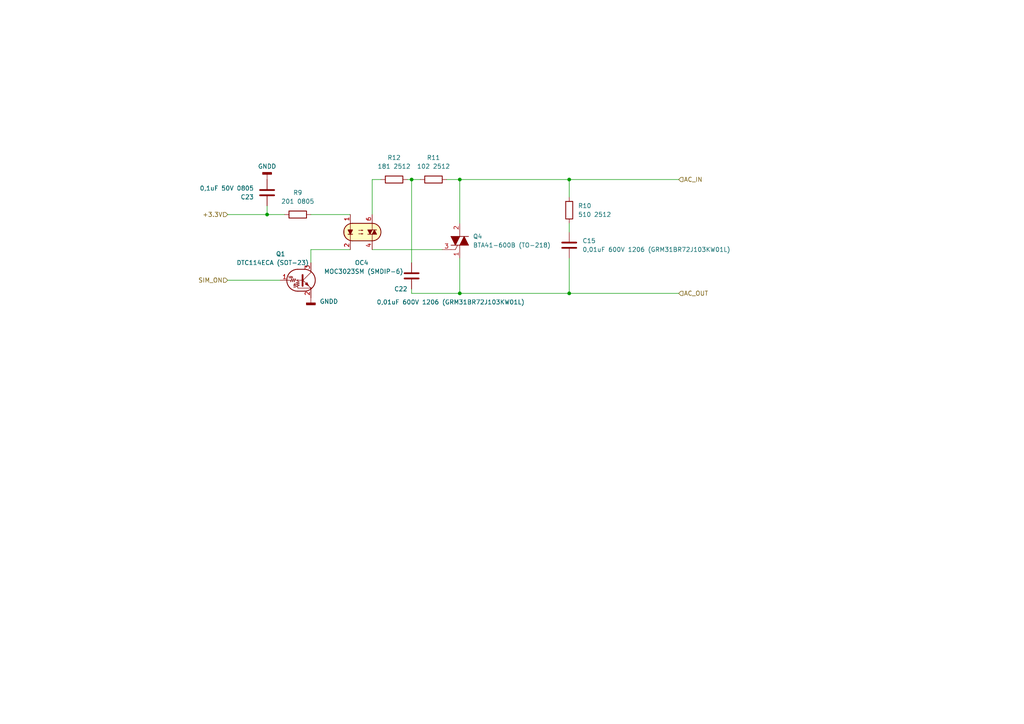
<source format=kicad_sch>
(kicad_sch (version 20230121) (generator eeschema)
  (paper "A4")
  (lib_symbols
    (symbol "Device:C" (pin_numbers hide) (pin_names (offset 0.254))
      (property "Reference" "C" (at 0.635 2.54 0))
      (property "Value" "C" (at 0.635 -2.54 0))
      (symbol "C_0_1"
        (polyline (pts (xy -2.032 -0.762) (xy 2.032 -0.762)) (stroke (width 0.508)))
        (polyline (pts (xy -2.032 0.762) (xy 2.032 0.762)) (stroke (width 0.508)))
      )
      (symbol "C_1_1"
        (pin passive line (at 0 3.81 270) (length 2.794) (name "~") (number "1"))
        (pin passive line (at 0 -3.81 90) (length 2.794) (name "~") (number "2"))
      )
    )
    (symbol "Device:R" (pin_numbers hide) (pin_names (offset 0))
      (property "Reference" "R" (at 2.032 0 90))
      (property "Value" "R" (at 0 0 90))
      (symbol "R_0_1"
        (rectangle (start -1.016 -2.54) (end 1.016 2.54) (stroke (width 0.254)))
      )
      (symbol "R_1_1"
        (pin passive line (at 0 3.81 270) (length 1.27) (name "~") (number "1"))
        (pin passive line (at 0 -3.81 90) (length 1.27) (name "~") (number "2"))
      )
    )
    (symbol "PCM_Optocoupler_Triac_AKL:MOC3021M" (pin_names (offset 1.016))
      (property "Reference" "OC" (at 7.62 1.27 0))
      (property "Value" "MOC3021M" (at 7.62 -1.27 0))
      (symbol "MOC3021M_0_1"
        (arc (start -1.9275 2.54) (mid -4.4451 0) (end -1.9275 -2.54) (stroke (width 0.254)))
        (polyline (pts (xy -3.175 -0.635) (xy -1.905 -0.635)) (stroke (width 0.254)))
        (polyline (pts (xy -1.905 2.54) (xy 3.81 2.54)) (stroke (width 0.254)))
        (polyline (pts (xy 3.81 -2.54) (xy -1.905 -2.54)) (stroke (width 0.254)))
        (polyline (pts (xy 3.81 -0.635) (xy 3.81 -2.54)) (stroke (width 0.1524)))
        (polyline (pts (xy 3.81 2.54) (xy 3.81 0.635)) (stroke (width 0.1524)))
        (polyline (pts (xy -2.54 -2.54) (xy -2.54 -1.27) (xy -2.54 2.54)) (stroke (width 0.1524)))
        (polyline (pts (xy -2.54 -0.635) (xy -3.175 0.635) (xy -1.905 0.635) (xy -2.54 -0.635)) (stroke (width 0.254)) (fill (type outline)))
        (polyline (pts (xy -0.127 -0.508) (xy 1.143 -0.508) (xy 0.762 -0.635) (xy 0.762 -0.381) (xy 1.143 -0.508)))
        (polyline (pts (xy -0.127 0.508) (xy 1.143 0.508) (xy 0.762 0.381) (xy 0.762 0.635) (xy 1.143 0.508)))
        (polyline (pts (xy -1.27 2.54) (xy 3.937 2.54) (xy 4.699 2.413) (xy 5.08 2.159) (xy 5.461 1.905) (xy 5.969 1.397) (xy 6.223 0.635) (xy 6.35 0) (xy 6.223 -0.762) (xy 5.842 -1.524) (xy 5.207 -2.159) (xy 4.191 -2.54) (xy -2.54 -2.54) (xy -2.54 -2.54) (xy -3.302 -2.032) (xy -3.81 -1.778) (xy -4.318 -0.508) (xy -4.318 0.254) (xy -4.318 1.016) (xy -3.81 1.778) (xy -3.048 2.286) (xy -2.286 2.54) (xy -1.27 2.54)) (stroke (width 0.01)) (fill (type background)))
        (arc (start 3.8325 -2.54) (mid 6.3501 0) (end 3.8325 2.54) (stroke (width 0.254)))
      )
      (symbol "MOC3021M_1_1"
        (polyline (pts (xy 2.54 -0.635) (xy 5.08 -0.635)) (stroke (width 0.2032)))
        (polyline (pts (xy 2.54 0.635) (xy 5.08 0.635)) (stroke (width 0.2032)))
        (polyline (pts (xy 2.54 0.635) (xy 3.175 -0.635) (xy 3.81 0.635)) (stroke (width 0.2032)) (fill (type outline)))
        (polyline (pts (xy 3.81 -0.635) (xy 4.445 0.635) (xy 5.08 -0.635)) (stroke (width 0.2032)) (fill (type outline)))
        (pin passive line (at -2.54 5.08 270) (length 2.54) (name "~") (number "1"))
        (pin passive line (at -2.54 -5.08 90) (length 2.54) (name "~") (number "2"))
        (pin no_connect line (at -1.27 0 0) (length 2.54) hide (name "NC") (number "3"))
        (pin passive line (at 3.81 -5.08 90) (length 2.54) (name "~") (number "4"))
        (pin no_connect line (at 3.81 0 180) (length 2.54) hide (name "NC") (number "5"))
        (pin passive line (at 3.81 5.08 270) (length 2.54) (name "~") (number "6"))
      )
    )
    (symbol "PCM_Triac_AKL:BTA41-600B" (pin_names (offset 0.002) hide)
      (property "Reference" "Q" (at 3.175 0.635 0))
      (property "Value" "BTA41-600B" (at 3.175 -1.27 0))
      (symbol "BTA41-600B_0_1"
        (polyline (pts (xy -2.54 -2.54) (xy -1.27 -2.54)) (stroke (width 0.1524)))
        (polyline (pts (xy -2.54 -1.27) (xy 2.54 -1.27)) (stroke (width 0.2032)))
        (polyline (pts (xy -2.54 1.27) (xy 2.54 1.27)) (stroke (width 0.2032)))
        (polyline (pts (xy -1.27 -2.54) (xy -0.635 -1.27)))
        (polyline (pts (xy 0 -2.54) (xy 0 -1.27)) (stroke (width 0.1524)))
        (polyline (pts (xy 0 2.54) (xy 0 1.27)) (stroke (width 0.1524)))
        (polyline (pts (xy -2.54 1.27) (xy -1.27 -1.27) (xy 0 1.27)) (stroke (width 0.2032)) (fill (type outline)))
        (polyline (pts (xy 0 -1.27) (xy 1.27 1.27) (xy 2.54 -1.27)) (stroke (width 0.2032)) (fill (type outline)))
      )
      (symbol "BTA41-600B_1_1"
        (pin passive line (at 0 -5.08 90) (length 2.54) (name "A1") (number "1"))
        (pin passive line (at 0 5.08 270) (length 2.54) (name "A2") (number "2"))
        (pin input line (at -5.08 -2.54 0) (length 2.54) (name "G") (number "3"))
      )
    )
    (symbol "Transistor_BJT:DTC114E" (pin_names (offset 0) hide)
      (property "Reference" "Q" (at 5.08 1.905 0))
      (property "Value" "DTC114E" (at 5.08 0 0))
      (symbol "DTC114E_0_0"
        (text "10k" (at -3.302 0.889 0) (effects (font (size 0.508 0.508))))
        (text "10k" (at -2.159 -1.524 900) (effects (font (size 0.508 0.508))))
      )
      (symbol "DTC114E_0_1"
        (circle (center -1.27 0) (radius 0.127))
        (arc (start -1.27 3.175) (mid -4.4312 0) (end -1.27 -3.175) (stroke (width 0.254)))
        (polyline (pts (xy -3.429 0) (xy -3.81 0)))
        (polyline (pts (xy -1.27 -3.175) (xy 0.635 -3.175)) (stroke (width 0.254)))
        (polyline (pts (xy -1.27 3.175) (xy 0.635 3.175)) (stroke (width 0.254)))
        (polyline (pts (xy 0 -0.254) (xy 2.54 2.286)))
        (polyline (pts (xy 0.127 1.524) (xy 0.127 -1.651)) (stroke (width 0.508)) (fill (type outline)))
        (polyline (pts (xy 2.54 2.286) (xy 2.54 2.54)))
        (polyline (pts (xy 2.54 -2.286) (xy 0 0.254) (xy 0 0.254)))
        (polyline (pts (xy 0.889 -1.143) (xy 1.397 -0.635) (xy 1.905 -1.651) (xy 0.889 -1.143)) (fill (type outline)))
        (polyline (pts (xy 0 0) (xy -1.905 0) (xy -2.032 0.508) (xy -2.286 -0.508) (xy -2.54 0.508) (xy -2.794 -0.508) (xy -3.048 0.508) (xy -3.302 -0.508) (xy -3.429 0)))
        (polyline (pts (xy -1.27 0) (xy -1.27 -0.381) (xy -0.762 -0.508) (xy -1.778 -0.762) (xy -0.762 -1.016) (xy -1.778 -1.27) (xy -0.762 -1.524) (xy -1.778 -1.778) (xy -1.27 -1.905) (xy -1.27 -2.286) (xy 2.54 -2.286)))
        (arc (start 0.635 -3.175) (mid 3.7962 0) (end 0.635 3.175) (stroke (width 0.254)))
        (circle (center 2.54 -2.286) (radius 0.127))
      )
      (symbol "DTC114E_1_1"
        (pin input line (at -6.35 0 0) (length 2.54) (name "B") (number "1"))
        (pin passive line (at 2.54 -5.08 90) (length 2.54) (name "E") (number "2"))
        (pin passive line (at 2.54 5.08 270) (length 2.54) (name "C") (number "3"))
      )
    )
    (symbol "power:GNDD" (power) (pin_numbers hide) (pin_names (offset 0) hide)
      (property "Value" "GNDD" (at 0 -3.175 0))
      (symbol "GNDD_0_1"
        (rectangle (start -1.27 -1.524) (end 1.27 -2.032) (stroke (width 0.254)) (fill (type outline)))
        (polyline (pts (xy 0 0) (xy 0 -1.524)))
      )
      (symbol "GNDD_1_1"
        (pin power_in line (at 0 0 270) (length 0) hide (name "GNDD") (number "1"))
      )
    )
  )
  (junction (at 165.1 52.07))
  (junction (at 133.35 52.07))
  (junction (at 119.38 52.07))
  (junction (at 77.47 62.23))
  (junction (at 133.35 85.09))
  (junction (at 165.1 85.09))
  (wire (pts (xy 119.38 83.82) (xy 119.38 85.09)))
  (wire (pts (xy 107.95 62.23) (xy 107.95 52.07)))
  (wire (pts (xy 77.47 59.69) (xy 77.47 62.23)))
  (wire (pts (xy 119.38 52.07) (xy 119.38 76.2)))
  (wire (pts (xy 119.38 85.09) (xy 133.35 85.09)))
  (wire (pts (xy 165.1 52.07) (xy 196.85 52.07)))
  (wire (pts (xy 165.1 74.93) (xy 165.1 85.09)))
  (wire (pts (xy 129.54 52.07) (xy 133.35 52.07)))
  (wire (pts (xy 118.11 52.07) (xy 119.38 52.07)))
  (wire (pts (xy 82.55 62.23) (xy 77.47 62.23)))
  (wire (pts (xy 90.17 62.23) (xy 101.6 62.23)))
  (wire (pts (xy 119.38 52.07) (xy 121.92 52.07)))
  (wire (pts (xy 133.35 52.07) (xy 133.35 64.77)))
  (wire (pts (xy 77.47 62.23) (xy 66.04 62.23)))
  (wire (pts (xy 90.17 72.39) (xy 101.6 72.39)))
  (wire (pts (xy 66.04 81.28) (xy 81.28 81.28)))
  (wire (pts (xy 90.17 76.2) (xy 90.17 72.39)))
  (wire (pts (xy 165.1 52.07) (xy 165.1 57.15)))
  (wire (pts (xy 107.95 52.07) (xy 110.49 52.07)))
  (wire (pts (xy 165.1 85.09) (xy 196.85 85.09)))
  (wire (pts (xy 133.35 52.07) (xy 165.1 52.07)))
  (wire (pts (xy 133.35 74.93) (xy 133.35 85.09)))
  (wire (pts (xy 107.95 72.39) (xy 128.27 72.39)))
  (wire (pts (xy 165.1 64.77) (xy 165.1 67.31)))
  (wire (pts (xy 133.35 85.09) (xy 165.1 85.09)))
  (hierarchical_label "SIM_ON" (shape input) (at 66.04 81.28 180))
  (hierarchical_label "AC_IN" (shape input) (at 196.85 52.07 0))
  (hierarchical_label "AC_OUT" (shape input) (at 196.85 85.09 0))
  (hierarchical_label "+3.3V" (shape input) (at 66.04 62.23 180))
  (symbol (lib_id "Device:R") (at 114.3 52.07 270) (unit 1)
    (property "Reference" "R12" (at 114.3 45.72 90))
    (property "Value" "181 2512" (at 114.3 48.26 90))
    (property "Footprint" "PCM_4ms_Resistor:R_0805_2012Metric" (effects hide))
    (instances (project "Плата симистров" (path "" (reference "R12") (unit 1)) (path "" (reference "R16") (unit 1)) (path "" (reference "R20") (unit 1)) (path "" (reference "R24") (unit 1))))
  )
  (symbol (lib_id "power:GNDD") (at 77.47 52.07 180) (unit 1)
    (property "Reference" "#PWR049" (effects hide))
    (property "Value" "GNDD" (at 77.47 48.26 0))
    (instances (project "Плата симистров" (path "" (reference "#PWR049") (unit 1)) (path "" (reference "#PWR052") (unit 1)) (path "" (reference "#PWR053") (unit 1)) (path "" (reference "#PWR054") (unit 1)) (path "" (reference "#PWR055") (unit 1))))
  )
  (symbol (lib_id "Device:C") (at 119.38 80.01 0) (unit 1)
    (property "Reference" "C22" (at 114.3 83.82 0) (effects (justify left)))
    (property "Value" "0,01uF 600V 1206 (GRM31BR72J103KW01L)" (at 109.22 87.63 0) (effects (justify left)))
    (property "Footprint" "Capacitor_SMD:C_1206_3216Metric_Pad1.33x1.80mm_HandSolder" (effects hide))
    (instances (project "Плата симистров" (path "" (reference "C22") (unit 1)) (path "" (reference "C19") (unit 1)) (path "" (reference "C20") (unit 1)) (path "" (reference "C21") (unit 1))))
  )
  (symbol (lib_id "Device:C") (at 165.1 71.12 0) (unit 1)
    (property "Reference" "C15" (at 168.91 69.85 0) (effects (justify left)))
    (property "Value" "0,01uF 600V 1206 (GRM31BR72J103KW01L)" (at 168.91 72.39 0) (effects (justify left)))
    (property "Footprint" "Capacitor_SMD:C_1206_3216Metric_Pad1.33x1.80mm_HandSolder" (effects hide))
    (instances (project "Плата симистров" (path "" (reference "C15") (unit 1)) (path "" (reference "C16") (unit 1)) (path "" (reference "C17") (unit 1)) (path "" (reference "C18") (unit 1))))
  )
  (symbol (lib_id "Device:C") (at 77.47 55.88 180) (unit 1)
    (property "Reference" "C23" (at 73.66 57.15 0) (effects (justify left)))
    (property "Value" "0,1uF 50V 0805" (at 73.66 54.61 0) (effects (justify left)))
    (property "Footprint" "Capacitor_SMD:C_0805_2012Metric_Pad1.18x1.45mm_HandSolder" (effects hide))
    (instances (project "Плата симистров" (path "" (reference "C23") (unit 1)) (path "" (reference "C25") (unit 1)) (path "" (reference "C26") (unit 1)) (path "" (reference "C27") (unit 1)) (path "" (reference "C28") (unit 1))))
  )
  (symbol (lib_id "Device:R") (at 125.73 52.07 270) (unit 1)
    (property "Reference" "R11" (at 125.73 45.72 90))
    (property "Value" "102 2512" (at 125.73 48.26 90))
    (property "Footprint" "PCM_4ms_Resistor:R_0805_2012Metric" (effects hide))
    (instances (project "Плата симистров" (path "" (reference "R11") (unit 1)) (path "" (reference "R13") (unit 1)) (path "" (reference "R17") (unit 1)) (path "" (reference "R21") (unit 1))))
  )
  (symbol (lib_id "Transistor_BJT:DTC114E") (at 87.63 81.28 0) (unit 1)
    (property "Reference" "Q1" (at 80.01 73.66 0) (effects (justify left)))
    (property "Value" "DTC114ECA (SOT-23)" (at 68.58 76.2 0) (effects (justify left)))
    (property "Footprint" "Package_TO_SOT_SMD:SOT-23" (effects hide))
    (instances (project "Плата симистров" (path "" (reference "Q1") (unit 1)) (path "" (reference "Q3") (unit 1)) (path "" (reference "Q6") (unit 1)) (path "" (reference "Q8") (unit 1)) (path "" (reference "Q10") (unit 1))) (project "Плата внешних шаговых двигателей" (path "" (reference "Q4") (unit 1))))
  )
  (symbol (lib_id "PCM_Triac_AKL:BTA41-600B") (at 133.35 69.85 0) (unit 1)
    (property "Reference" "Q4" (at 137.16 68.58 0) (effects (justify left)))
    (property "Value" "BTA41-600B (TO-218)" (at 137.16 71.12 0) (effects (justify left)))
    (property "Footprint" "PCM_Package_TO_SOT_THT_AKL:TO-218-3_Horizontal_TabDown_AAG" (effects hide))
    (property "Datasheet" "https://www.tme.eu/Document/04a7384ba2314a2a2c0be567aaa7f9a3/BTA41-800BRG-STMicroelectronics.pdf" (effects hide))
    (instances (project "Плата симистров" (path "" (reference "Q4") (unit 1)) (path "" (reference "Q5") (unit 1)) (path "" (reference "Q7") (unit 1)) (path "" (reference "Q9") (unit 1))))
  )
  (symbol (lib_id "PCM_Optocoupler_Triac_AKL:MOC3021M") (at 104.14 67.31 0) (unit 1)
    (property "Reference" "OC4" (at 102.87 76.2 0) (effects (justify left)))
    (property "Value" "MOC3023SM (SMDIP-6)" (at 93.98 78.74 0) (effects (justify left)))
    (property "Footprint" "Package_DIP:SMDIP-6_W9.53mm" (effects hide))
    (property "Datasheet" "https://www.tme.eu/Document/4c07e045ed4ac191018a957800b78b20/MOC3023M.pdf" (effects hide))
    (instances (project "Плата симистров" (path "" (reference "OC4") (unit 1)) (path "" (reference "OC1") (unit 1)) (path "" (reference "OC2") (unit 1)) (path "" (reference "OC3") (unit 1))))
  )
  (symbol (lib_id "Device:R") (at 165.1 60.96 180) (unit 1)
    (property "Reference" "R10" (at 167.64 59.69 0) (effects (justify right)))
    (property "Value" "510 2512" (at 167.64 62.23 0) (effects (justify right)))
    (property "Footprint" "PCM_4ms_Resistor:R_0805_2012Metric" (effects hide))
    (instances (project "Плата симистров" (path "" (reference "R10") (unit 1)) (path "" (reference "R14") (unit 1)) (path "" (reference "R18") (unit 1)) (path "" (reference "R22") (unit 1))))
  )
  (symbol (lib_id "Device:R") (at 86.36 62.23 90) (unit 1)
    (property "Reference" "R9" (at 86.36 55.88 90))
    (property "Value" "201 0805" (at 86.36 58.42 90))
    (property "Footprint" "PCM_4ms_Resistor:R_0805_2012Metric" (effects hide))
    (instances (project "Плата симистров" (path "" (reference "R9") (unit 1)) (path "" (reference "R15") (unit 1)) (path "" (reference "R19") (unit 1)) (path "" (reference "R23") (unit 1))))
  )
  (symbol (lib_id "power:GNDD") (at 90.17 86.36 0) (unit 1)
    (property "Reference" "#PWR021" (effects hide))
    (property "Value" "GNDD" (at 92.71 87.4395 0) (effects (justify left)))
    (instances (project "Плата симистров" (path "" (reference "#PWR021") (unit 1)) (path "" (reference "#PWR036") (unit 1)) (path "" (reference "#PWR037") (unit 1)) (path "" (reference "#PWR038") (unit 1)) (path "" (reference "#PWR039") (unit 1))) (project "Плата внешних шаговых двигателей" (path "" (reference "#PWR014") (unit 1))))
  )
)
</source>
